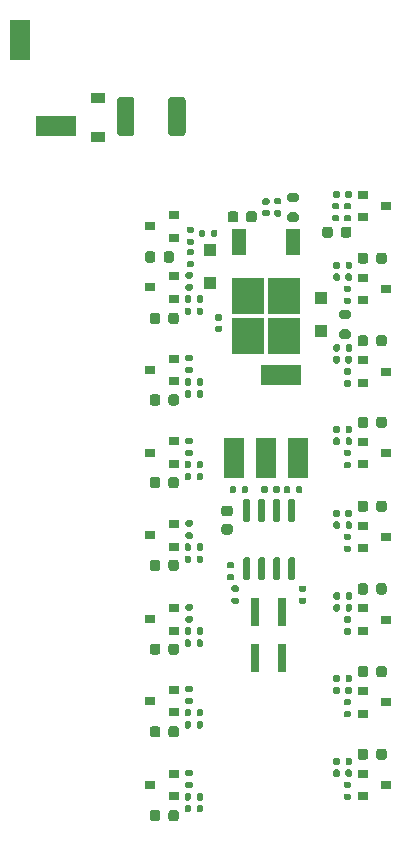
<source format=gtp>
%TF.GenerationSoftware,KiCad,Pcbnew,5.1.10*%
%TF.CreationDate,2021-06-14T02:10:03+02:00*%
%TF.ProjectId,output-cape-v1,6f757470-7574-42d6-9361-70652d76312e,1*%
%TF.SameCoordinates,Original*%
%TF.FileFunction,Paste,Top*%
%TF.FilePolarity,Positive*%
%FSLAX46Y46*%
G04 Gerber Fmt 4.6, Leading zero omitted, Abs format (unit mm)*
G04 Created by KiCad (PCBNEW 5.1.10) date 2021-06-14 02:10:03*
%MOMM*%
%LPD*%
G01*
G04 APERTURE LIST*
%ADD10R,1.800000X3.400000*%
%ADD11R,3.400000X1.800000*%
%ADD12R,0.740000X2.400000*%
%ADD13R,1.200000X0.900000*%
%ADD14R,2.750000X3.050000*%
%ADD15R,1.200000X2.200000*%
%ADD16R,1.100000X1.100000*%
%ADD17R,0.900000X0.800000*%
G04 APERTURE END LIST*
D10*
%TO.C,TP106*%
X85200000Y-68500000D03*
%TD*%
D11*
%TO.C,TP105*%
X88200000Y-75800000D03*
%TD*%
%TO.C,TP101*%
X107300000Y-96900000D03*
%TD*%
D12*
%TO.C,JP103*%
X107400000Y-116950000D03*
X107400000Y-120850000D03*
%TD*%
%TO.C,JP102*%
X105100000Y-116950000D03*
X105100000Y-120850000D03*
%TD*%
D10*
%TO.C,TP104*%
X108700000Y-103900000D03*
%TD*%
%TO.C,TP103*%
X106000000Y-103900000D03*
%TD*%
%TO.C,TP102*%
X103300000Y-103900000D03*
%TD*%
%TO.C,R1702*%
G36*
G01*
X113085000Y-82870000D02*
X112715000Y-82870000D01*
G75*
G02*
X112580000Y-82735000I0J135000D01*
G01*
X112580000Y-82465000D01*
G75*
G02*
X112715000Y-82330000I135000J0D01*
G01*
X113085000Y-82330000D01*
G75*
G02*
X113220000Y-82465000I0J-135000D01*
G01*
X113220000Y-82735000D01*
G75*
G02*
X113085000Y-82870000I-135000J0D01*
G01*
G37*
G36*
G01*
X113085000Y-83890000D02*
X112715000Y-83890000D01*
G75*
G02*
X112580000Y-83755000I0J135000D01*
G01*
X112580000Y-83485000D01*
G75*
G02*
X112715000Y-83350000I135000J0D01*
G01*
X113085000Y-83350000D01*
G75*
G02*
X113220000Y-83485000I0J-135000D01*
G01*
X113220000Y-83755000D01*
G75*
G02*
X113085000Y-83890000I-135000J0D01*
G01*
G37*
%TD*%
%TO.C,F101*%
G36*
G01*
X94875000Y-73600000D02*
X94875000Y-76400000D01*
G75*
G02*
X94625000Y-76650000I-250000J0D01*
G01*
X93650000Y-76650000D01*
G75*
G02*
X93400000Y-76400000I0J250000D01*
G01*
X93400000Y-73600000D01*
G75*
G02*
X93650000Y-73350000I250000J0D01*
G01*
X94625000Y-73350000D01*
G75*
G02*
X94875000Y-73600000I0J-250000D01*
G01*
G37*
G36*
G01*
X99200000Y-73600000D02*
X99200000Y-76400000D01*
G75*
G02*
X98950000Y-76650000I-250000J0D01*
G01*
X97975000Y-76650000D01*
G75*
G02*
X97725000Y-76400000I0J250000D01*
G01*
X97725000Y-73600000D01*
G75*
G02*
X97975000Y-73350000I250000J0D01*
G01*
X98950000Y-73350000D01*
G75*
G02*
X99200000Y-73600000I0J-250000D01*
G01*
G37*
%TD*%
D13*
%TO.C,D103*%
X91800000Y-73450000D03*
X91800000Y-76750000D03*
%TD*%
D14*
%TO.C,U101*%
X104475000Y-90225000D03*
X107525000Y-93575000D03*
X107525000Y-90225000D03*
X104475000Y-93575000D03*
D15*
X103720000Y-85600000D03*
X108280000Y-85600000D03*
%TD*%
%TO.C,R103*%
G36*
G01*
X108575000Y-82275000D02*
X108025000Y-82275000D01*
G75*
G02*
X107825000Y-82075000I0J200000D01*
G01*
X107825000Y-81675000D01*
G75*
G02*
X108025000Y-81475000I200000J0D01*
G01*
X108575000Y-81475000D01*
G75*
G02*
X108775000Y-81675000I0J-200000D01*
G01*
X108775000Y-82075000D01*
G75*
G02*
X108575000Y-82275000I-200000J0D01*
G01*
G37*
G36*
G01*
X108575000Y-83925000D02*
X108025000Y-83925000D01*
G75*
G02*
X107825000Y-83725000I0J200000D01*
G01*
X107825000Y-83325000D01*
G75*
G02*
X108025000Y-83125000I200000J0D01*
G01*
X108575000Y-83125000D01*
G75*
G02*
X108775000Y-83325000I0J-200000D01*
G01*
X108775000Y-83725000D01*
G75*
G02*
X108575000Y-83925000I-200000J0D01*
G01*
G37*
%TD*%
%TO.C,R102*%
G36*
G01*
X107185000Y-82450000D02*
X106815000Y-82450000D01*
G75*
G02*
X106680000Y-82315000I0J135000D01*
G01*
X106680000Y-82045000D01*
G75*
G02*
X106815000Y-81910000I135000J0D01*
G01*
X107185000Y-81910000D01*
G75*
G02*
X107320000Y-82045000I0J-135000D01*
G01*
X107320000Y-82315000D01*
G75*
G02*
X107185000Y-82450000I-135000J0D01*
G01*
G37*
G36*
G01*
X107185000Y-83470000D02*
X106815000Y-83470000D01*
G75*
G02*
X106680000Y-83335000I0J135000D01*
G01*
X106680000Y-83065000D01*
G75*
G02*
X106815000Y-82930000I135000J0D01*
G01*
X107185000Y-82930000D01*
G75*
G02*
X107320000Y-83065000I0J-135000D01*
G01*
X107320000Y-83335000D01*
G75*
G02*
X107185000Y-83470000I-135000J0D01*
G01*
G37*
%TD*%
%TO.C,R101*%
G36*
G01*
X112975000Y-92175000D02*
X112425000Y-92175000D01*
G75*
G02*
X112225000Y-91975000I0J200000D01*
G01*
X112225000Y-91575000D01*
G75*
G02*
X112425000Y-91375000I200000J0D01*
G01*
X112975000Y-91375000D01*
G75*
G02*
X113175000Y-91575000I0J-200000D01*
G01*
X113175000Y-91975000D01*
G75*
G02*
X112975000Y-92175000I-200000J0D01*
G01*
G37*
G36*
G01*
X112975000Y-93825000D02*
X112425000Y-93825000D01*
G75*
G02*
X112225000Y-93625000I0J200000D01*
G01*
X112225000Y-93225000D01*
G75*
G02*
X112425000Y-93025000I200000J0D01*
G01*
X112975000Y-93025000D01*
G75*
G02*
X113175000Y-93225000I0J-200000D01*
G01*
X113175000Y-93625000D01*
G75*
G02*
X112975000Y-93825000I-200000J0D01*
G01*
G37*
%TD*%
D16*
%TO.C,D102*%
X110700000Y-90400000D03*
X110700000Y-93200000D03*
%TD*%
%TO.C,D101*%
X101300000Y-89100000D03*
X101300000Y-86300000D03*
%TD*%
%TO.C,C103*%
G36*
G01*
X106170000Y-82500000D02*
X105830000Y-82500000D01*
G75*
G02*
X105690000Y-82360000I0J140000D01*
G01*
X105690000Y-82080000D01*
G75*
G02*
X105830000Y-81940000I140000J0D01*
G01*
X106170000Y-81940000D01*
G75*
G02*
X106310000Y-82080000I0J-140000D01*
G01*
X106310000Y-82360000D01*
G75*
G02*
X106170000Y-82500000I-140000J0D01*
G01*
G37*
G36*
G01*
X106170000Y-83460000D02*
X105830000Y-83460000D01*
G75*
G02*
X105690000Y-83320000I0J140000D01*
G01*
X105690000Y-83040000D01*
G75*
G02*
X105830000Y-82900000I140000J0D01*
G01*
X106170000Y-82900000D01*
G75*
G02*
X106310000Y-83040000I0J-140000D01*
G01*
X106310000Y-83320000D01*
G75*
G02*
X106170000Y-83460000I-140000J0D01*
G01*
G37*
%TD*%
%TO.C,C102*%
G36*
G01*
X102170000Y-92300000D02*
X101830000Y-92300000D01*
G75*
G02*
X101690000Y-92160000I0J140000D01*
G01*
X101690000Y-91880000D01*
G75*
G02*
X101830000Y-91740000I140000J0D01*
G01*
X102170000Y-91740000D01*
G75*
G02*
X102310000Y-91880000I0J-140000D01*
G01*
X102310000Y-92160000D01*
G75*
G02*
X102170000Y-92300000I-140000J0D01*
G01*
G37*
G36*
G01*
X102170000Y-93260000D02*
X101830000Y-93260000D01*
G75*
G02*
X101690000Y-93120000I0J140000D01*
G01*
X101690000Y-92840000D01*
G75*
G02*
X101830000Y-92700000I140000J0D01*
G01*
X102170000Y-92700000D01*
G75*
G02*
X102310000Y-92840000I0J-140000D01*
G01*
X102310000Y-93120000D01*
G75*
G02*
X102170000Y-93260000I-140000J0D01*
G01*
G37*
%TD*%
%TO.C,C101*%
G36*
G01*
X104325000Y-83750000D02*
X104325000Y-83250000D01*
G75*
G02*
X104550000Y-83025000I225000J0D01*
G01*
X105000000Y-83025000D01*
G75*
G02*
X105225000Y-83250000I0J-225000D01*
G01*
X105225000Y-83750000D01*
G75*
G02*
X105000000Y-83975000I-225000J0D01*
G01*
X104550000Y-83975000D01*
G75*
G02*
X104325000Y-83750000I0J225000D01*
G01*
G37*
G36*
G01*
X102775000Y-83750000D02*
X102775000Y-83250000D01*
G75*
G02*
X103000000Y-83025000I225000J0D01*
G01*
X103450000Y-83025000D01*
G75*
G02*
X103675000Y-83250000I0J-225000D01*
G01*
X103675000Y-83750000D01*
G75*
G02*
X103450000Y-83975000I-225000J0D01*
G01*
X103000000Y-83975000D01*
G75*
G02*
X102775000Y-83750000I0J225000D01*
G01*
G37*
%TD*%
%TO.C,R1703*%
G36*
G01*
X111715000Y-83340000D02*
X112085000Y-83340000D01*
G75*
G02*
X112220000Y-83475000I0J-135000D01*
G01*
X112220000Y-83745000D01*
G75*
G02*
X112085000Y-83880000I-135000J0D01*
G01*
X111715000Y-83880000D01*
G75*
G02*
X111580000Y-83745000I0J135000D01*
G01*
X111580000Y-83475000D01*
G75*
G02*
X111715000Y-83340000I135000J0D01*
G01*
G37*
G36*
G01*
X111715000Y-82320000D02*
X112085000Y-82320000D01*
G75*
G02*
X112220000Y-82455000I0J-135000D01*
G01*
X112220000Y-82725000D01*
G75*
G02*
X112085000Y-82860000I-135000J0D01*
G01*
X111715000Y-82860000D01*
G75*
G02*
X111580000Y-82725000I0J135000D01*
G01*
X111580000Y-82455000D01*
G75*
G02*
X111715000Y-82320000I135000J0D01*
G01*
G37*
%TD*%
%TO.C,R1603*%
G36*
G01*
X112740000Y-87785000D02*
X112740000Y-87415000D01*
G75*
G02*
X112875000Y-87280000I135000J0D01*
G01*
X113145000Y-87280000D01*
G75*
G02*
X113280000Y-87415000I0J-135000D01*
G01*
X113280000Y-87785000D01*
G75*
G02*
X113145000Y-87920000I-135000J0D01*
G01*
X112875000Y-87920000D01*
G75*
G02*
X112740000Y-87785000I0J135000D01*
G01*
G37*
G36*
G01*
X111720000Y-87785000D02*
X111720000Y-87415000D01*
G75*
G02*
X111855000Y-87280000I135000J0D01*
G01*
X112125000Y-87280000D01*
G75*
G02*
X112260000Y-87415000I0J-135000D01*
G01*
X112260000Y-87785000D01*
G75*
G02*
X112125000Y-87920000I-135000J0D01*
G01*
X111855000Y-87920000D01*
G75*
G02*
X111720000Y-87785000I0J135000D01*
G01*
G37*
%TD*%
%TO.C,R1503*%
G36*
G01*
X112740000Y-94785000D02*
X112740000Y-94415000D01*
G75*
G02*
X112875000Y-94280000I135000J0D01*
G01*
X113145000Y-94280000D01*
G75*
G02*
X113280000Y-94415000I0J-135000D01*
G01*
X113280000Y-94785000D01*
G75*
G02*
X113145000Y-94920000I-135000J0D01*
G01*
X112875000Y-94920000D01*
G75*
G02*
X112740000Y-94785000I0J135000D01*
G01*
G37*
G36*
G01*
X111720000Y-94785000D02*
X111720000Y-94415000D01*
G75*
G02*
X111855000Y-94280000I135000J0D01*
G01*
X112125000Y-94280000D01*
G75*
G02*
X112260000Y-94415000I0J-135000D01*
G01*
X112260000Y-94785000D01*
G75*
G02*
X112125000Y-94920000I-135000J0D01*
G01*
X111855000Y-94920000D01*
G75*
G02*
X111720000Y-94785000I0J135000D01*
G01*
G37*
%TD*%
%TO.C,R1403*%
G36*
G01*
X112740000Y-101685000D02*
X112740000Y-101315000D01*
G75*
G02*
X112875000Y-101180000I135000J0D01*
G01*
X113145000Y-101180000D01*
G75*
G02*
X113280000Y-101315000I0J-135000D01*
G01*
X113280000Y-101685000D01*
G75*
G02*
X113145000Y-101820000I-135000J0D01*
G01*
X112875000Y-101820000D01*
G75*
G02*
X112740000Y-101685000I0J135000D01*
G01*
G37*
G36*
G01*
X111720000Y-101685000D02*
X111720000Y-101315000D01*
G75*
G02*
X111855000Y-101180000I135000J0D01*
G01*
X112125000Y-101180000D01*
G75*
G02*
X112260000Y-101315000I0J-135000D01*
G01*
X112260000Y-101685000D01*
G75*
G02*
X112125000Y-101820000I-135000J0D01*
G01*
X111855000Y-101820000D01*
G75*
G02*
X111720000Y-101685000I0J135000D01*
G01*
G37*
%TD*%
%TO.C,R1303*%
G36*
G01*
X112730000Y-108785000D02*
X112730000Y-108415000D01*
G75*
G02*
X112865000Y-108280000I135000J0D01*
G01*
X113135000Y-108280000D01*
G75*
G02*
X113270000Y-108415000I0J-135000D01*
G01*
X113270000Y-108785000D01*
G75*
G02*
X113135000Y-108920000I-135000J0D01*
G01*
X112865000Y-108920000D01*
G75*
G02*
X112730000Y-108785000I0J135000D01*
G01*
G37*
G36*
G01*
X111710000Y-108785000D02*
X111710000Y-108415000D01*
G75*
G02*
X111845000Y-108280000I135000J0D01*
G01*
X112115000Y-108280000D01*
G75*
G02*
X112250000Y-108415000I0J-135000D01*
G01*
X112250000Y-108785000D01*
G75*
G02*
X112115000Y-108920000I-135000J0D01*
G01*
X111845000Y-108920000D01*
G75*
G02*
X111710000Y-108785000I0J135000D01*
G01*
G37*
%TD*%
%TO.C,R1203*%
G36*
G01*
X112740000Y-115785000D02*
X112740000Y-115415000D01*
G75*
G02*
X112875000Y-115280000I135000J0D01*
G01*
X113145000Y-115280000D01*
G75*
G02*
X113280000Y-115415000I0J-135000D01*
G01*
X113280000Y-115785000D01*
G75*
G02*
X113145000Y-115920000I-135000J0D01*
G01*
X112875000Y-115920000D01*
G75*
G02*
X112740000Y-115785000I0J135000D01*
G01*
G37*
G36*
G01*
X111720000Y-115785000D02*
X111720000Y-115415000D01*
G75*
G02*
X111855000Y-115280000I135000J0D01*
G01*
X112125000Y-115280000D01*
G75*
G02*
X112260000Y-115415000I0J-135000D01*
G01*
X112260000Y-115785000D01*
G75*
G02*
X112125000Y-115920000I-135000J0D01*
G01*
X111855000Y-115920000D01*
G75*
G02*
X111720000Y-115785000I0J135000D01*
G01*
G37*
%TD*%
%TO.C,R1103*%
G36*
G01*
X112740000Y-122785000D02*
X112740000Y-122415000D01*
G75*
G02*
X112875000Y-122280000I135000J0D01*
G01*
X113145000Y-122280000D01*
G75*
G02*
X113280000Y-122415000I0J-135000D01*
G01*
X113280000Y-122785000D01*
G75*
G02*
X113145000Y-122920000I-135000J0D01*
G01*
X112875000Y-122920000D01*
G75*
G02*
X112740000Y-122785000I0J135000D01*
G01*
G37*
G36*
G01*
X111720000Y-122785000D02*
X111720000Y-122415000D01*
G75*
G02*
X111855000Y-122280000I135000J0D01*
G01*
X112125000Y-122280000D01*
G75*
G02*
X112260000Y-122415000I0J-135000D01*
G01*
X112260000Y-122785000D01*
G75*
G02*
X112125000Y-122920000I-135000J0D01*
G01*
X111855000Y-122920000D01*
G75*
G02*
X111720000Y-122785000I0J135000D01*
G01*
G37*
%TD*%
%TO.C,R1003*%
G36*
G01*
X112740000Y-129785000D02*
X112740000Y-129415000D01*
G75*
G02*
X112875000Y-129280000I135000J0D01*
G01*
X113145000Y-129280000D01*
G75*
G02*
X113280000Y-129415000I0J-135000D01*
G01*
X113280000Y-129785000D01*
G75*
G02*
X113145000Y-129920000I-135000J0D01*
G01*
X112875000Y-129920000D01*
G75*
G02*
X112740000Y-129785000I0J135000D01*
G01*
G37*
G36*
G01*
X111720000Y-129785000D02*
X111720000Y-129415000D01*
G75*
G02*
X111855000Y-129280000I135000J0D01*
G01*
X112125000Y-129280000D01*
G75*
G02*
X112260000Y-129415000I0J-135000D01*
G01*
X112260000Y-129785000D01*
G75*
G02*
X112125000Y-129920000I-135000J0D01*
G01*
X111855000Y-129920000D01*
G75*
G02*
X111720000Y-129785000I0J135000D01*
G01*
G37*
%TD*%
%TO.C,R903*%
G36*
G01*
X99660000Y-133415000D02*
X99660000Y-133785000D01*
G75*
G02*
X99525000Y-133920000I-135000J0D01*
G01*
X99255000Y-133920000D01*
G75*
G02*
X99120000Y-133785000I0J135000D01*
G01*
X99120000Y-133415000D01*
G75*
G02*
X99255000Y-133280000I135000J0D01*
G01*
X99525000Y-133280000D01*
G75*
G02*
X99660000Y-133415000I0J-135000D01*
G01*
G37*
G36*
G01*
X100680000Y-133415000D02*
X100680000Y-133785000D01*
G75*
G02*
X100545000Y-133920000I-135000J0D01*
G01*
X100275000Y-133920000D01*
G75*
G02*
X100140000Y-133785000I0J135000D01*
G01*
X100140000Y-133415000D01*
G75*
G02*
X100275000Y-133280000I135000J0D01*
G01*
X100545000Y-133280000D01*
G75*
G02*
X100680000Y-133415000I0J-135000D01*
G01*
G37*
%TD*%
%TO.C,R803*%
G36*
G01*
X99660000Y-126315000D02*
X99660000Y-126685000D01*
G75*
G02*
X99525000Y-126820000I-135000J0D01*
G01*
X99255000Y-126820000D01*
G75*
G02*
X99120000Y-126685000I0J135000D01*
G01*
X99120000Y-126315000D01*
G75*
G02*
X99255000Y-126180000I135000J0D01*
G01*
X99525000Y-126180000D01*
G75*
G02*
X99660000Y-126315000I0J-135000D01*
G01*
G37*
G36*
G01*
X100680000Y-126315000D02*
X100680000Y-126685000D01*
G75*
G02*
X100545000Y-126820000I-135000J0D01*
G01*
X100275000Y-126820000D01*
G75*
G02*
X100140000Y-126685000I0J135000D01*
G01*
X100140000Y-126315000D01*
G75*
G02*
X100275000Y-126180000I135000J0D01*
G01*
X100545000Y-126180000D01*
G75*
G02*
X100680000Y-126315000I0J-135000D01*
G01*
G37*
%TD*%
%TO.C,R703*%
G36*
G01*
X99660000Y-119415000D02*
X99660000Y-119785000D01*
G75*
G02*
X99525000Y-119920000I-135000J0D01*
G01*
X99255000Y-119920000D01*
G75*
G02*
X99120000Y-119785000I0J135000D01*
G01*
X99120000Y-119415000D01*
G75*
G02*
X99255000Y-119280000I135000J0D01*
G01*
X99525000Y-119280000D01*
G75*
G02*
X99660000Y-119415000I0J-135000D01*
G01*
G37*
G36*
G01*
X100680000Y-119415000D02*
X100680000Y-119785000D01*
G75*
G02*
X100545000Y-119920000I-135000J0D01*
G01*
X100275000Y-119920000D01*
G75*
G02*
X100140000Y-119785000I0J135000D01*
G01*
X100140000Y-119415000D01*
G75*
G02*
X100275000Y-119280000I135000J0D01*
G01*
X100545000Y-119280000D01*
G75*
G02*
X100680000Y-119415000I0J-135000D01*
G01*
G37*
%TD*%
%TO.C,R603*%
G36*
G01*
X99660000Y-112315000D02*
X99660000Y-112685000D01*
G75*
G02*
X99525000Y-112820000I-135000J0D01*
G01*
X99255000Y-112820000D01*
G75*
G02*
X99120000Y-112685000I0J135000D01*
G01*
X99120000Y-112315000D01*
G75*
G02*
X99255000Y-112180000I135000J0D01*
G01*
X99525000Y-112180000D01*
G75*
G02*
X99660000Y-112315000I0J-135000D01*
G01*
G37*
G36*
G01*
X100680000Y-112315000D02*
X100680000Y-112685000D01*
G75*
G02*
X100545000Y-112820000I-135000J0D01*
G01*
X100275000Y-112820000D01*
G75*
G02*
X100140000Y-112685000I0J135000D01*
G01*
X100140000Y-112315000D01*
G75*
G02*
X100275000Y-112180000I135000J0D01*
G01*
X100545000Y-112180000D01*
G75*
G02*
X100680000Y-112315000I0J-135000D01*
G01*
G37*
%TD*%
%TO.C,R503*%
G36*
G01*
X99660000Y-105315000D02*
X99660000Y-105685000D01*
G75*
G02*
X99525000Y-105820000I-135000J0D01*
G01*
X99255000Y-105820000D01*
G75*
G02*
X99120000Y-105685000I0J135000D01*
G01*
X99120000Y-105315000D01*
G75*
G02*
X99255000Y-105180000I135000J0D01*
G01*
X99525000Y-105180000D01*
G75*
G02*
X99660000Y-105315000I0J-135000D01*
G01*
G37*
G36*
G01*
X100680000Y-105315000D02*
X100680000Y-105685000D01*
G75*
G02*
X100545000Y-105820000I-135000J0D01*
G01*
X100275000Y-105820000D01*
G75*
G02*
X100140000Y-105685000I0J135000D01*
G01*
X100140000Y-105315000D01*
G75*
G02*
X100275000Y-105180000I135000J0D01*
G01*
X100545000Y-105180000D01*
G75*
G02*
X100680000Y-105315000I0J-135000D01*
G01*
G37*
%TD*%
%TO.C,R403*%
G36*
G01*
X99660000Y-98315000D02*
X99660000Y-98685000D01*
G75*
G02*
X99525000Y-98820000I-135000J0D01*
G01*
X99255000Y-98820000D01*
G75*
G02*
X99120000Y-98685000I0J135000D01*
G01*
X99120000Y-98315000D01*
G75*
G02*
X99255000Y-98180000I135000J0D01*
G01*
X99525000Y-98180000D01*
G75*
G02*
X99660000Y-98315000I0J-135000D01*
G01*
G37*
G36*
G01*
X100680000Y-98315000D02*
X100680000Y-98685000D01*
G75*
G02*
X100545000Y-98820000I-135000J0D01*
G01*
X100275000Y-98820000D01*
G75*
G02*
X100140000Y-98685000I0J135000D01*
G01*
X100140000Y-98315000D01*
G75*
G02*
X100275000Y-98180000I135000J0D01*
G01*
X100545000Y-98180000D01*
G75*
G02*
X100680000Y-98315000I0J-135000D01*
G01*
G37*
%TD*%
%TO.C,R303*%
G36*
G01*
X99660000Y-91315000D02*
X99660000Y-91685000D01*
G75*
G02*
X99525000Y-91820000I-135000J0D01*
G01*
X99255000Y-91820000D01*
G75*
G02*
X99120000Y-91685000I0J135000D01*
G01*
X99120000Y-91315000D01*
G75*
G02*
X99255000Y-91180000I135000J0D01*
G01*
X99525000Y-91180000D01*
G75*
G02*
X99660000Y-91315000I0J-135000D01*
G01*
G37*
G36*
G01*
X100680000Y-91315000D02*
X100680000Y-91685000D01*
G75*
G02*
X100545000Y-91820000I-135000J0D01*
G01*
X100275000Y-91820000D01*
G75*
G02*
X100140000Y-91685000I0J135000D01*
G01*
X100140000Y-91315000D01*
G75*
G02*
X100275000Y-91180000I135000J0D01*
G01*
X100545000Y-91180000D01*
G75*
G02*
X100680000Y-91315000I0J-135000D01*
G01*
G37*
%TD*%
%TO.C,R203*%
G36*
G01*
X99415000Y-87240000D02*
X99785000Y-87240000D01*
G75*
G02*
X99920000Y-87375000I0J-135000D01*
G01*
X99920000Y-87645000D01*
G75*
G02*
X99785000Y-87780000I-135000J0D01*
G01*
X99415000Y-87780000D01*
G75*
G02*
X99280000Y-87645000I0J135000D01*
G01*
X99280000Y-87375000D01*
G75*
G02*
X99415000Y-87240000I135000J0D01*
G01*
G37*
G36*
G01*
X99415000Y-86220000D02*
X99785000Y-86220000D01*
G75*
G02*
X99920000Y-86355000I0J-135000D01*
G01*
X99920000Y-86625000D01*
G75*
G02*
X99785000Y-86760000I-135000J0D01*
G01*
X99415000Y-86760000D01*
G75*
G02*
X99280000Y-86625000I0J135000D01*
G01*
X99280000Y-86355000D01*
G75*
G02*
X99415000Y-86220000I135000J0D01*
G01*
G37*
%TD*%
%TO.C,D1701*%
G36*
G01*
X111650000Y-84543750D02*
X111650000Y-85056250D01*
G75*
G02*
X111431250Y-85275000I-218750J0D01*
G01*
X110993750Y-85275000D01*
G75*
G02*
X110775000Y-85056250I0J218750D01*
G01*
X110775000Y-84543750D01*
G75*
G02*
X110993750Y-84325000I218750J0D01*
G01*
X111431250Y-84325000D01*
G75*
G02*
X111650000Y-84543750I0J-218750D01*
G01*
G37*
G36*
G01*
X113225000Y-84543750D02*
X113225000Y-85056250D01*
G75*
G02*
X113006250Y-85275000I-218750J0D01*
G01*
X112568750Y-85275000D01*
G75*
G02*
X112350000Y-85056250I0J218750D01*
G01*
X112350000Y-84543750D01*
G75*
G02*
X112568750Y-84325000I218750J0D01*
G01*
X113006250Y-84325000D01*
G75*
G02*
X113225000Y-84543750I0J-218750D01*
G01*
G37*
%TD*%
%TO.C,D1601*%
G36*
G01*
X114650000Y-86743750D02*
X114650000Y-87256250D01*
G75*
G02*
X114431250Y-87475000I-218750J0D01*
G01*
X113993750Y-87475000D01*
G75*
G02*
X113775000Y-87256250I0J218750D01*
G01*
X113775000Y-86743750D01*
G75*
G02*
X113993750Y-86525000I218750J0D01*
G01*
X114431250Y-86525000D01*
G75*
G02*
X114650000Y-86743750I0J-218750D01*
G01*
G37*
G36*
G01*
X116225000Y-86743750D02*
X116225000Y-87256250D01*
G75*
G02*
X116006250Y-87475000I-218750J0D01*
G01*
X115568750Y-87475000D01*
G75*
G02*
X115350000Y-87256250I0J218750D01*
G01*
X115350000Y-86743750D01*
G75*
G02*
X115568750Y-86525000I218750J0D01*
G01*
X116006250Y-86525000D01*
G75*
G02*
X116225000Y-86743750I0J-218750D01*
G01*
G37*
%TD*%
%TO.C,D1501*%
G36*
G01*
X114650000Y-93743750D02*
X114650000Y-94256250D01*
G75*
G02*
X114431250Y-94475000I-218750J0D01*
G01*
X113993750Y-94475000D01*
G75*
G02*
X113775000Y-94256250I0J218750D01*
G01*
X113775000Y-93743750D01*
G75*
G02*
X113993750Y-93525000I218750J0D01*
G01*
X114431250Y-93525000D01*
G75*
G02*
X114650000Y-93743750I0J-218750D01*
G01*
G37*
G36*
G01*
X116225000Y-93743750D02*
X116225000Y-94256250D01*
G75*
G02*
X116006250Y-94475000I-218750J0D01*
G01*
X115568750Y-94475000D01*
G75*
G02*
X115350000Y-94256250I0J218750D01*
G01*
X115350000Y-93743750D01*
G75*
G02*
X115568750Y-93525000I218750J0D01*
G01*
X116006250Y-93525000D01*
G75*
G02*
X116225000Y-93743750I0J-218750D01*
G01*
G37*
%TD*%
%TO.C,D1401*%
G36*
G01*
X114650000Y-100643750D02*
X114650000Y-101156250D01*
G75*
G02*
X114431250Y-101375000I-218750J0D01*
G01*
X113993750Y-101375000D01*
G75*
G02*
X113775000Y-101156250I0J218750D01*
G01*
X113775000Y-100643750D01*
G75*
G02*
X113993750Y-100425000I218750J0D01*
G01*
X114431250Y-100425000D01*
G75*
G02*
X114650000Y-100643750I0J-218750D01*
G01*
G37*
G36*
G01*
X116225000Y-100643750D02*
X116225000Y-101156250D01*
G75*
G02*
X116006250Y-101375000I-218750J0D01*
G01*
X115568750Y-101375000D01*
G75*
G02*
X115350000Y-101156250I0J218750D01*
G01*
X115350000Y-100643750D01*
G75*
G02*
X115568750Y-100425000I218750J0D01*
G01*
X116006250Y-100425000D01*
G75*
G02*
X116225000Y-100643750I0J-218750D01*
G01*
G37*
%TD*%
%TO.C,D1301*%
G36*
G01*
X114650000Y-107743750D02*
X114650000Y-108256250D01*
G75*
G02*
X114431250Y-108475000I-218750J0D01*
G01*
X113993750Y-108475000D01*
G75*
G02*
X113775000Y-108256250I0J218750D01*
G01*
X113775000Y-107743750D01*
G75*
G02*
X113993750Y-107525000I218750J0D01*
G01*
X114431250Y-107525000D01*
G75*
G02*
X114650000Y-107743750I0J-218750D01*
G01*
G37*
G36*
G01*
X116225000Y-107743750D02*
X116225000Y-108256250D01*
G75*
G02*
X116006250Y-108475000I-218750J0D01*
G01*
X115568750Y-108475000D01*
G75*
G02*
X115350000Y-108256250I0J218750D01*
G01*
X115350000Y-107743750D01*
G75*
G02*
X115568750Y-107525000I218750J0D01*
G01*
X116006250Y-107525000D01*
G75*
G02*
X116225000Y-107743750I0J-218750D01*
G01*
G37*
%TD*%
%TO.C,D1201*%
G36*
G01*
X114650000Y-114743750D02*
X114650000Y-115256250D01*
G75*
G02*
X114431250Y-115475000I-218750J0D01*
G01*
X113993750Y-115475000D01*
G75*
G02*
X113775000Y-115256250I0J218750D01*
G01*
X113775000Y-114743750D01*
G75*
G02*
X113993750Y-114525000I218750J0D01*
G01*
X114431250Y-114525000D01*
G75*
G02*
X114650000Y-114743750I0J-218750D01*
G01*
G37*
G36*
G01*
X116225000Y-114743750D02*
X116225000Y-115256250D01*
G75*
G02*
X116006250Y-115475000I-218750J0D01*
G01*
X115568750Y-115475000D01*
G75*
G02*
X115350000Y-115256250I0J218750D01*
G01*
X115350000Y-114743750D01*
G75*
G02*
X115568750Y-114525000I218750J0D01*
G01*
X116006250Y-114525000D01*
G75*
G02*
X116225000Y-114743750I0J-218750D01*
G01*
G37*
%TD*%
%TO.C,D1101*%
G36*
G01*
X114650000Y-121743750D02*
X114650000Y-122256250D01*
G75*
G02*
X114431250Y-122475000I-218750J0D01*
G01*
X113993750Y-122475000D01*
G75*
G02*
X113775000Y-122256250I0J218750D01*
G01*
X113775000Y-121743750D01*
G75*
G02*
X113993750Y-121525000I218750J0D01*
G01*
X114431250Y-121525000D01*
G75*
G02*
X114650000Y-121743750I0J-218750D01*
G01*
G37*
G36*
G01*
X116225000Y-121743750D02*
X116225000Y-122256250D01*
G75*
G02*
X116006250Y-122475000I-218750J0D01*
G01*
X115568750Y-122475000D01*
G75*
G02*
X115350000Y-122256250I0J218750D01*
G01*
X115350000Y-121743750D01*
G75*
G02*
X115568750Y-121525000I218750J0D01*
G01*
X116006250Y-121525000D01*
G75*
G02*
X116225000Y-121743750I0J-218750D01*
G01*
G37*
%TD*%
%TO.C,D1001*%
G36*
G01*
X114650000Y-128743750D02*
X114650000Y-129256250D01*
G75*
G02*
X114431250Y-129475000I-218750J0D01*
G01*
X113993750Y-129475000D01*
G75*
G02*
X113775000Y-129256250I0J218750D01*
G01*
X113775000Y-128743750D01*
G75*
G02*
X113993750Y-128525000I218750J0D01*
G01*
X114431250Y-128525000D01*
G75*
G02*
X114650000Y-128743750I0J-218750D01*
G01*
G37*
G36*
G01*
X116225000Y-128743750D02*
X116225000Y-129256250D01*
G75*
G02*
X116006250Y-129475000I-218750J0D01*
G01*
X115568750Y-129475000D01*
G75*
G02*
X115350000Y-129256250I0J218750D01*
G01*
X115350000Y-128743750D01*
G75*
G02*
X115568750Y-128525000I218750J0D01*
G01*
X116006250Y-128525000D01*
G75*
G02*
X116225000Y-128743750I0J-218750D01*
G01*
G37*
%TD*%
%TO.C,D901*%
G36*
G01*
X97750000Y-134456250D02*
X97750000Y-133943750D01*
G75*
G02*
X97968750Y-133725000I218750J0D01*
G01*
X98406250Y-133725000D01*
G75*
G02*
X98625000Y-133943750I0J-218750D01*
G01*
X98625000Y-134456250D01*
G75*
G02*
X98406250Y-134675000I-218750J0D01*
G01*
X97968750Y-134675000D01*
G75*
G02*
X97750000Y-134456250I0J218750D01*
G01*
G37*
G36*
G01*
X96175000Y-134456250D02*
X96175000Y-133943750D01*
G75*
G02*
X96393750Y-133725000I218750J0D01*
G01*
X96831250Y-133725000D01*
G75*
G02*
X97050000Y-133943750I0J-218750D01*
G01*
X97050000Y-134456250D01*
G75*
G02*
X96831250Y-134675000I-218750J0D01*
G01*
X96393750Y-134675000D01*
G75*
G02*
X96175000Y-134456250I0J218750D01*
G01*
G37*
%TD*%
%TO.C,D801*%
G36*
G01*
X97750000Y-127356250D02*
X97750000Y-126843750D01*
G75*
G02*
X97968750Y-126625000I218750J0D01*
G01*
X98406250Y-126625000D01*
G75*
G02*
X98625000Y-126843750I0J-218750D01*
G01*
X98625000Y-127356250D01*
G75*
G02*
X98406250Y-127575000I-218750J0D01*
G01*
X97968750Y-127575000D01*
G75*
G02*
X97750000Y-127356250I0J218750D01*
G01*
G37*
G36*
G01*
X96175000Y-127356250D02*
X96175000Y-126843750D01*
G75*
G02*
X96393750Y-126625000I218750J0D01*
G01*
X96831250Y-126625000D01*
G75*
G02*
X97050000Y-126843750I0J-218750D01*
G01*
X97050000Y-127356250D01*
G75*
G02*
X96831250Y-127575000I-218750J0D01*
G01*
X96393750Y-127575000D01*
G75*
G02*
X96175000Y-127356250I0J218750D01*
G01*
G37*
%TD*%
%TO.C,D701*%
G36*
G01*
X97750000Y-120356250D02*
X97750000Y-119843750D01*
G75*
G02*
X97968750Y-119625000I218750J0D01*
G01*
X98406250Y-119625000D01*
G75*
G02*
X98625000Y-119843750I0J-218750D01*
G01*
X98625000Y-120356250D01*
G75*
G02*
X98406250Y-120575000I-218750J0D01*
G01*
X97968750Y-120575000D01*
G75*
G02*
X97750000Y-120356250I0J218750D01*
G01*
G37*
G36*
G01*
X96175000Y-120356250D02*
X96175000Y-119843750D01*
G75*
G02*
X96393750Y-119625000I218750J0D01*
G01*
X96831250Y-119625000D01*
G75*
G02*
X97050000Y-119843750I0J-218750D01*
G01*
X97050000Y-120356250D01*
G75*
G02*
X96831250Y-120575000I-218750J0D01*
G01*
X96393750Y-120575000D01*
G75*
G02*
X96175000Y-120356250I0J218750D01*
G01*
G37*
%TD*%
%TO.C,D601*%
G36*
G01*
X97750000Y-113256250D02*
X97750000Y-112743750D01*
G75*
G02*
X97968750Y-112525000I218750J0D01*
G01*
X98406250Y-112525000D01*
G75*
G02*
X98625000Y-112743750I0J-218750D01*
G01*
X98625000Y-113256250D01*
G75*
G02*
X98406250Y-113475000I-218750J0D01*
G01*
X97968750Y-113475000D01*
G75*
G02*
X97750000Y-113256250I0J218750D01*
G01*
G37*
G36*
G01*
X96175000Y-113256250D02*
X96175000Y-112743750D01*
G75*
G02*
X96393750Y-112525000I218750J0D01*
G01*
X96831250Y-112525000D01*
G75*
G02*
X97050000Y-112743750I0J-218750D01*
G01*
X97050000Y-113256250D01*
G75*
G02*
X96831250Y-113475000I-218750J0D01*
G01*
X96393750Y-113475000D01*
G75*
G02*
X96175000Y-113256250I0J218750D01*
G01*
G37*
%TD*%
%TO.C,D501*%
G36*
G01*
X97750000Y-106256250D02*
X97750000Y-105743750D01*
G75*
G02*
X97968750Y-105525000I218750J0D01*
G01*
X98406250Y-105525000D01*
G75*
G02*
X98625000Y-105743750I0J-218750D01*
G01*
X98625000Y-106256250D01*
G75*
G02*
X98406250Y-106475000I-218750J0D01*
G01*
X97968750Y-106475000D01*
G75*
G02*
X97750000Y-106256250I0J218750D01*
G01*
G37*
G36*
G01*
X96175000Y-106256250D02*
X96175000Y-105743750D01*
G75*
G02*
X96393750Y-105525000I218750J0D01*
G01*
X96831250Y-105525000D01*
G75*
G02*
X97050000Y-105743750I0J-218750D01*
G01*
X97050000Y-106256250D01*
G75*
G02*
X96831250Y-106475000I-218750J0D01*
G01*
X96393750Y-106475000D01*
G75*
G02*
X96175000Y-106256250I0J218750D01*
G01*
G37*
%TD*%
%TO.C,D401*%
G36*
G01*
X97750000Y-99256250D02*
X97750000Y-98743750D01*
G75*
G02*
X97968750Y-98525000I218750J0D01*
G01*
X98406250Y-98525000D01*
G75*
G02*
X98625000Y-98743750I0J-218750D01*
G01*
X98625000Y-99256250D01*
G75*
G02*
X98406250Y-99475000I-218750J0D01*
G01*
X97968750Y-99475000D01*
G75*
G02*
X97750000Y-99256250I0J218750D01*
G01*
G37*
G36*
G01*
X96175000Y-99256250D02*
X96175000Y-98743750D01*
G75*
G02*
X96393750Y-98525000I218750J0D01*
G01*
X96831250Y-98525000D01*
G75*
G02*
X97050000Y-98743750I0J-218750D01*
G01*
X97050000Y-99256250D01*
G75*
G02*
X96831250Y-99475000I-218750J0D01*
G01*
X96393750Y-99475000D01*
G75*
G02*
X96175000Y-99256250I0J218750D01*
G01*
G37*
%TD*%
%TO.C,D301*%
G36*
G01*
X97750000Y-92356250D02*
X97750000Y-91843750D01*
G75*
G02*
X97968750Y-91625000I218750J0D01*
G01*
X98406250Y-91625000D01*
G75*
G02*
X98625000Y-91843750I0J-218750D01*
G01*
X98625000Y-92356250D01*
G75*
G02*
X98406250Y-92575000I-218750J0D01*
G01*
X97968750Y-92575000D01*
G75*
G02*
X97750000Y-92356250I0J218750D01*
G01*
G37*
G36*
G01*
X96175000Y-92356250D02*
X96175000Y-91843750D01*
G75*
G02*
X96393750Y-91625000I218750J0D01*
G01*
X96831250Y-91625000D01*
G75*
G02*
X97050000Y-91843750I0J-218750D01*
G01*
X97050000Y-92356250D01*
G75*
G02*
X96831250Y-92575000I-218750J0D01*
G01*
X96393750Y-92575000D01*
G75*
G02*
X96175000Y-92356250I0J218750D01*
G01*
G37*
%TD*%
%TO.C,D201*%
G36*
G01*
X97350000Y-87156250D02*
X97350000Y-86643750D01*
G75*
G02*
X97568750Y-86425000I218750J0D01*
G01*
X98006250Y-86425000D01*
G75*
G02*
X98225000Y-86643750I0J-218750D01*
G01*
X98225000Y-87156250D01*
G75*
G02*
X98006250Y-87375000I-218750J0D01*
G01*
X97568750Y-87375000D01*
G75*
G02*
X97350000Y-87156250I0J218750D01*
G01*
G37*
G36*
G01*
X95775000Y-87156250D02*
X95775000Y-86643750D01*
G75*
G02*
X95993750Y-86425000I218750J0D01*
G01*
X96431250Y-86425000D01*
G75*
G02*
X96650000Y-86643750I0J-218750D01*
G01*
X96650000Y-87156250D01*
G75*
G02*
X96431250Y-87375000I-218750J0D01*
G01*
X95993750Y-87375000D01*
G75*
G02*
X95775000Y-87156250I0J218750D01*
G01*
G37*
%TD*%
%TO.C,R1701*%
G36*
G01*
X112730000Y-81785000D02*
X112730000Y-81415000D01*
G75*
G02*
X112865000Y-81280000I135000J0D01*
G01*
X113135000Y-81280000D01*
G75*
G02*
X113270000Y-81415000I0J-135000D01*
G01*
X113270000Y-81785000D01*
G75*
G02*
X113135000Y-81920000I-135000J0D01*
G01*
X112865000Y-81920000D01*
G75*
G02*
X112730000Y-81785000I0J135000D01*
G01*
G37*
G36*
G01*
X111710000Y-81785000D02*
X111710000Y-81415000D01*
G75*
G02*
X111845000Y-81280000I135000J0D01*
G01*
X112115000Y-81280000D01*
G75*
G02*
X112250000Y-81415000I0J-135000D01*
G01*
X112250000Y-81785000D01*
G75*
G02*
X112115000Y-81920000I-135000J0D01*
G01*
X111845000Y-81920000D01*
G75*
G02*
X111710000Y-81785000I0J135000D01*
G01*
G37*
%TD*%
%TO.C,R1602*%
G36*
G01*
X113085000Y-89870000D02*
X112715000Y-89870000D01*
G75*
G02*
X112580000Y-89735000I0J135000D01*
G01*
X112580000Y-89465000D01*
G75*
G02*
X112715000Y-89330000I135000J0D01*
G01*
X113085000Y-89330000D01*
G75*
G02*
X113220000Y-89465000I0J-135000D01*
G01*
X113220000Y-89735000D01*
G75*
G02*
X113085000Y-89870000I-135000J0D01*
G01*
G37*
G36*
G01*
X113085000Y-90890000D02*
X112715000Y-90890000D01*
G75*
G02*
X112580000Y-90755000I0J135000D01*
G01*
X112580000Y-90485000D01*
G75*
G02*
X112715000Y-90350000I135000J0D01*
G01*
X113085000Y-90350000D01*
G75*
G02*
X113220000Y-90485000I0J-135000D01*
G01*
X113220000Y-90755000D01*
G75*
G02*
X113085000Y-90890000I-135000J0D01*
G01*
G37*
%TD*%
%TO.C,R1601*%
G36*
G01*
X112730000Y-88785000D02*
X112730000Y-88415000D01*
G75*
G02*
X112865000Y-88280000I135000J0D01*
G01*
X113135000Y-88280000D01*
G75*
G02*
X113270000Y-88415000I0J-135000D01*
G01*
X113270000Y-88785000D01*
G75*
G02*
X113135000Y-88920000I-135000J0D01*
G01*
X112865000Y-88920000D01*
G75*
G02*
X112730000Y-88785000I0J135000D01*
G01*
G37*
G36*
G01*
X111710000Y-88785000D02*
X111710000Y-88415000D01*
G75*
G02*
X111845000Y-88280000I135000J0D01*
G01*
X112115000Y-88280000D01*
G75*
G02*
X112250000Y-88415000I0J-135000D01*
G01*
X112250000Y-88785000D01*
G75*
G02*
X112115000Y-88920000I-135000J0D01*
G01*
X111845000Y-88920000D01*
G75*
G02*
X111710000Y-88785000I0J135000D01*
G01*
G37*
%TD*%
%TO.C,R1502*%
G36*
G01*
X113085000Y-96870000D02*
X112715000Y-96870000D01*
G75*
G02*
X112580000Y-96735000I0J135000D01*
G01*
X112580000Y-96465000D01*
G75*
G02*
X112715000Y-96330000I135000J0D01*
G01*
X113085000Y-96330000D01*
G75*
G02*
X113220000Y-96465000I0J-135000D01*
G01*
X113220000Y-96735000D01*
G75*
G02*
X113085000Y-96870000I-135000J0D01*
G01*
G37*
G36*
G01*
X113085000Y-97890000D02*
X112715000Y-97890000D01*
G75*
G02*
X112580000Y-97755000I0J135000D01*
G01*
X112580000Y-97485000D01*
G75*
G02*
X112715000Y-97350000I135000J0D01*
G01*
X113085000Y-97350000D01*
G75*
G02*
X113220000Y-97485000I0J-135000D01*
G01*
X113220000Y-97755000D01*
G75*
G02*
X113085000Y-97890000I-135000J0D01*
G01*
G37*
%TD*%
%TO.C,R1501*%
G36*
G01*
X112730000Y-95785000D02*
X112730000Y-95415000D01*
G75*
G02*
X112865000Y-95280000I135000J0D01*
G01*
X113135000Y-95280000D01*
G75*
G02*
X113270000Y-95415000I0J-135000D01*
G01*
X113270000Y-95785000D01*
G75*
G02*
X113135000Y-95920000I-135000J0D01*
G01*
X112865000Y-95920000D01*
G75*
G02*
X112730000Y-95785000I0J135000D01*
G01*
G37*
G36*
G01*
X111710000Y-95785000D02*
X111710000Y-95415000D01*
G75*
G02*
X111845000Y-95280000I135000J0D01*
G01*
X112115000Y-95280000D01*
G75*
G02*
X112250000Y-95415000I0J-135000D01*
G01*
X112250000Y-95785000D01*
G75*
G02*
X112115000Y-95920000I-135000J0D01*
G01*
X111845000Y-95920000D01*
G75*
G02*
X111710000Y-95785000I0J135000D01*
G01*
G37*
%TD*%
%TO.C,R1402*%
G36*
G01*
X113085000Y-103760000D02*
X112715000Y-103760000D01*
G75*
G02*
X112580000Y-103625000I0J135000D01*
G01*
X112580000Y-103355000D01*
G75*
G02*
X112715000Y-103220000I135000J0D01*
G01*
X113085000Y-103220000D01*
G75*
G02*
X113220000Y-103355000I0J-135000D01*
G01*
X113220000Y-103625000D01*
G75*
G02*
X113085000Y-103760000I-135000J0D01*
G01*
G37*
G36*
G01*
X113085000Y-104780000D02*
X112715000Y-104780000D01*
G75*
G02*
X112580000Y-104645000I0J135000D01*
G01*
X112580000Y-104375000D01*
G75*
G02*
X112715000Y-104240000I135000J0D01*
G01*
X113085000Y-104240000D01*
G75*
G02*
X113220000Y-104375000I0J-135000D01*
G01*
X113220000Y-104645000D01*
G75*
G02*
X113085000Y-104780000I-135000J0D01*
G01*
G37*
%TD*%
%TO.C,R1401*%
G36*
G01*
X112740000Y-102685000D02*
X112740000Y-102315000D01*
G75*
G02*
X112875000Y-102180000I135000J0D01*
G01*
X113145000Y-102180000D01*
G75*
G02*
X113280000Y-102315000I0J-135000D01*
G01*
X113280000Y-102685000D01*
G75*
G02*
X113145000Y-102820000I-135000J0D01*
G01*
X112875000Y-102820000D01*
G75*
G02*
X112740000Y-102685000I0J135000D01*
G01*
G37*
G36*
G01*
X111720000Y-102685000D02*
X111720000Y-102315000D01*
G75*
G02*
X111855000Y-102180000I135000J0D01*
G01*
X112125000Y-102180000D01*
G75*
G02*
X112260000Y-102315000I0J-135000D01*
G01*
X112260000Y-102685000D01*
G75*
G02*
X112125000Y-102820000I-135000J0D01*
G01*
X111855000Y-102820000D01*
G75*
G02*
X111720000Y-102685000I0J135000D01*
G01*
G37*
%TD*%
D17*
%TO.C,Q1701*%
X116200000Y-82600000D03*
X114200000Y-83550000D03*
X114200000Y-81650000D03*
%TD*%
%TO.C,Q1601*%
X116200000Y-89600000D03*
X114200000Y-90550000D03*
X114200000Y-88650000D03*
%TD*%
%TO.C,Q1501*%
X116200000Y-96600000D03*
X114200000Y-97550000D03*
X114200000Y-95650000D03*
%TD*%
%TO.C,Q1401*%
X116200000Y-103500000D03*
X114200000Y-104450000D03*
X114200000Y-102550000D03*
%TD*%
%TO.C,R1302*%
G36*
G01*
X113085000Y-110860000D02*
X112715000Y-110860000D01*
G75*
G02*
X112580000Y-110725000I0J135000D01*
G01*
X112580000Y-110455000D01*
G75*
G02*
X112715000Y-110320000I135000J0D01*
G01*
X113085000Y-110320000D01*
G75*
G02*
X113220000Y-110455000I0J-135000D01*
G01*
X113220000Y-110725000D01*
G75*
G02*
X113085000Y-110860000I-135000J0D01*
G01*
G37*
G36*
G01*
X113085000Y-111880000D02*
X112715000Y-111880000D01*
G75*
G02*
X112580000Y-111745000I0J135000D01*
G01*
X112580000Y-111475000D01*
G75*
G02*
X112715000Y-111340000I135000J0D01*
G01*
X113085000Y-111340000D01*
G75*
G02*
X113220000Y-111475000I0J-135000D01*
G01*
X113220000Y-111745000D01*
G75*
G02*
X113085000Y-111880000I-135000J0D01*
G01*
G37*
%TD*%
%TO.C,R1301*%
G36*
G01*
X112740000Y-109785000D02*
X112740000Y-109415000D01*
G75*
G02*
X112875000Y-109280000I135000J0D01*
G01*
X113145000Y-109280000D01*
G75*
G02*
X113280000Y-109415000I0J-135000D01*
G01*
X113280000Y-109785000D01*
G75*
G02*
X113145000Y-109920000I-135000J0D01*
G01*
X112875000Y-109920000D01*
G75*
G02*
X112740000Y-109785000I0J135000D01*
G01*
G37*
G36*
G01*
X111720000Y-109785000D02*
X111720000Y-109415000D01*
G75*
G02*
X111855000Y-109280000I135000J0D01*
G01*
X112125000Y-109280000D01*
G75*
G02*
X112260000Y-109415000I0J-135000D01*
G01*
X112260000Y-109785000D01*
G75*
G02*
X112125000Y-109920000I-135000J0D01*
G01*
X111855000Y-109920000D01*
G75*
G02*
X111720000Y-109785000I0J135000D01*
G01*
G37*
%TD*%
%TO.C,R1202*%
G36*
G01*
X113085000Y-117860000D02*
X112715000Y-117860000D01*
G75*
G02*
X112580000Y-117725000I0J135000D01*
G01*
X112580000Y-117455000D01*
G75*
G02*
X112715000Y-117320000I135000J0D01*
G01*
X113085000Y-117320000D01*
G75*
G02*
X113220000Y-117455000I0J-135000D01*
G01*
X113220000Y-117725000D01*
G75*
G02*
X113085000Y-117860000I-135000J0D01*
G01*
G37*
G36*
G01*
X113085000Y-118880000D02*
X112715000Y-118880000D01*
G75*
G02*
X112580000Y-118745000I0J135000D01*
G01*
X112580000Y-118475000D01*
G75*
G02*
X112715000Y-118340000I135000J0D01*
G01*
X113085000Y-118340000D01*
G75*
G02*
X113220000Y-118475000I0J-135000D01*
G01*
X113220000Y-118745000D01*
G75*
G02*
X113085000Y-118880000I-135000J0D01*
G01*
G37*
%TD*%
%TO.C,R1201*%
G36*
G01*
X112740000Y-116785000D02*
X112740000Y-116415000D01*
G75*
G02*
X112875000Y-116280000I135000J0D01*
G01*
X113145000Y-116280000D01*
G75*
G02*
X113280000Y-116415000I0J-135000D01*
G01*
X113280000Y-116785000D01*
G75*
G02*
X113145000Y-116920000I-135000J0D01*
G01*
X112875000Y-116920000D01*
G75*
G02*
X112740000Y-116785000I0J135000D01*
G01*
G37*
G36*
G01*
X111720000Y-116785000D02*
X111720000Y-116415000D01*
G75*
G02*
X111855000Y-116280000I135000J0D01*
G01*
X112125000Y-116280000D01*
G75*
G02*
X112260000Y-116415000I0J-135000D01*
G01*
X112260000Y-116785000D01*
G75*
G02*
X112125000Y-116920000I-135000J0D01*
G01*
X111855000Y-116920000D01*
G75*
G02*
X111720000Y-116785000I0J135000D01*
G01*
G37*
%TD*%
%TO.C,R1102*%
G36*
G01*
X113085000Y-124860000D02*
X112715000Y-124860000D01*
G75*
G02*
X112580000Y-124725000I0J135000D01*
G01*
X112580000Y-124455000D01*
G75*
G02*
X112715000Y-124320000I135000J0D01*
G01*
X113085000Y-124320000D01*
G75*
G02*
X113220000Y-124455000I0J-135000D01*
G01*
X113220000Y-124725000D01*
G75*
G02*
X113085000Y-124860000I-135000J0D01*
G01*
G37*
G36*
G01*
X113085000Y-125880000D02*
X112715000Y-125880000D01*
G75*
G02*
X112580000Y-125745000I0J135000D01*
G01*
X112580000Y-125475000D01*
G75*
G02*
X112715000Y-125340000I135000J0D01*
G01*
X113085000Y-125340000D01*
G75*
G02*
X113220000Y-125475000I0J-135000D01*
G01*
X113220000Y-125745000D01*
G75*
G02*
X113085000Y-125880000I-135000J0D01*
G01*
G37*
%TD*%
%TO.C,R1101*%
G36*
G01*
X112730000Y-123785000D02*
X112730000Y-123415000D01*
G75*
G02*
X112865000Y-123280000I135000J0D01*
G01*
X113135000Y-123280000D01*
G75*
G02*
X113270000Y-123415000I0J-135000D01*
G01*
X113270000Y-123785000D01*
G75*
G02*
X113135000Y-123920000I-135000J0D01*
G01*
X112865000Y-123920000D01*
G75*
G02*
X112730000Y-123785000I0J135000D01*
G01*
G37*
G36*
G01*
X111710000Y-123785000D02*
X111710000Y-123415000D01*
G75*
G02*
X111845000Y-123280000I135000J0D01*
G01*
X112115000Y-123280000D01*
G75*
G02*
X112250000Y-123415000I0J-135000D01*
G01*
X112250000Y-123785000D01*
G75*
G02*
X112115000Y-123920000I-135000J0D01*
G01*
X111845000Y-123920000D01*
G75*
G02*
X111710000Y-123785000I0J135000D01*
G01*
G37*
%TD*%
%TO.C,R1002*%
G36*
G01*
X113085000Y-131860000D02*
X112715000Y-131860000D01*
G75*
G02*
X112580000Y-131725000I0J135000D01*
G01*
X112580000Y-131455000D01*
G75*
G02*
X112715000Y-131320000I135000J0D01*
G01*
X113085000Y-131320000D01*
G75*
G02*
X113220000Y-131455000I0J-135000D01*
G01*
X113220000Y-131725000D01*
G75*
G02*
X113085000Y-131860000I-135000J0D01*
G01*
G37*
G36*
G01*
X113085000Y-132880000D02*
X112715000Y-132880000D01*
G75*
G02*
X112580000Y-132745000I0J135000D01*
G01*
X112580000Y-132475000D01*
G75*
G02*
X112715000Y-132340000I135000J0D01*
G01*
X113085000Y-132340000D01*
G75*
G02*
X113220000Y-132475000I0J-135000D01*
G01*
X113220000Y-132745000D01*
G75*
G02*
X113085000Y-132880000I-135000J0D01*
G01*
G37*
%TD*%
%TO.C,R1001*%
G36*
G01*
X112730000Y-130785000D02*
X112730000Y-130415000D01*
G75*
G02*
X112865000Y-130280000I135000J0D01*
G01*
X113135000Y-130280000D01*
G75*
G02*
X113270000Y-130415000I0J-135000D01*
G01*
X113270000Y-130785000D01*
G75*
G02*
X113135000Y-130920000I-135000J0D01*
G01*
X112865000Y-130920000D01*
G75*
G02*
X112730000Y-130785000I0J135000D01*
G01*
G37*
G36*
G01*
X111710000Y-130785000D02*
X111710000Y-130415000D01*
G75*
G02*
X111845000Y-130280000I135000J0D01*
G01*
X112115000Y-130280000D01*
G75*
G02*
X112250000Y-130415000I0J-135000D01*
G01*
X112250000Y-130785000D01*
G75*
G02*
X112115000Y-130920000I-135000J0D01*
G01*
X111845000Y-130920000D01*
G75*
G02*
X111710000Y-130785000I0J135000D01*
G01*
G37*
%TD*%
%TO.C,R902*%
G36*
G01*
X99315000Y-131340000D02*
X99685000Y-131340000D01*
G75*
G02*
X99820000Y-131475000I0J-135000D01*
G01*
X99820000Y-131745000D01*
G75*
G02*
X99685000Y-131880000I-135000J0D01*
G01*
X99315000Y-131880000D01*
G75*
G02*
X99180000Y-131745000I0J135000D01*
G01*
X99180000Y-131475000D01*
G75*
G02*
X99315000Y-131340000I135000J0D01*
G01*
G37*
G36*
G01*
X99315000Y-130320000D02*
X99685000Y-130320000D01*
G75*
G02*
X99820000Y-130455000I0J-135000D01*
G01*
X99820000Y-130725000D01*
G75*
G02*
X99685000Y-130860000I-135000J0D01*
G01*
X99315000Y-130860000D01*
G75*
G02*
X99180000Y-130725000I0J135000D01*
G01*
X99180000Y-130455000D01*
G75*
G02*
X99315000Y-130320000I135000J0D01*
G01*
G37*
%TD*%
%TO.C,R901*%
G36*
G01*
X99660000Y-132415000D02*
X99660000Y-132785000D01*
G75*
G02*
X99525000Y-132920000I-135000J0D01*
G01*
X99255000Y-132920000D01*
G75*
G02*
X99120000Y-132785000I0J135000D01*
G01*
X99120000Y-132415000D01*
G75*
G02*
X99255000Y-132280000I135000J0D01*
G01*
X99525000Y-132280000D01*
G75*
G02*
X99660000Y-132415000I0J-135000D01*
G01*
G37*
G36*
G01*
X100680000Y-132415000D02*
X100680000Y-132785000D01*
G75*
G02*
X100545000Y-132920000I-135000J0D01*
G01*
X100275000Y-132920000D01*
G75*
G02*
X100140000Y-132785000I0J135000D01*
G01*
X100140000Y-132415000D01*
G75*
G02*
X100275000Y-132280000I135000J0D01*
G01*
X100545000Y-132280000D01*
G75*
G02*
X100680000Y-132415000I0J-135000D01*
G01*
G37*
%TD*%
%TO.C,R802*%
G36*
G01*
X99315000Y-124240000D02*
X99685000Y-124240000D01*
G75*
G02*
X99820000Y-124375000I0J-135000D01*
G01*
X99820000Y-124645000D01*
G75*
G02*
X99685000Y-124780000I-135000J0D01*
G01*
X99315000Y-124780000D01*
G75*
G02*
X99180000Y-124645000I0J135000D01*
G01*
X99180000Y-124375000D01*
G75*
G02*
X99315000Y-124240000I135000J0D01*
G01*
G37*
G36*
G01*
X99315000Y-123220000D02*
X99685000Y-123220000D01*
G75*
G02*
X99820000Y-123355000I0J-135000D01*
G01*
X99820000Y-123625000D01*
G75*
G02*
X99685000Y-123760000I-135000J0D01*
G01*
X99315000Y-123760000D01*
G75*
G02*
X99180000Y-123625000I0J135000D01*
G01*
X99180000Y-123355000D01*
G75*
G02*
X99315000Y-123220000I135000J0D01*
G01*
G37*
%TD*%
%TO.C,R801*%
G36*
G01*
X99660000Y-125291600D02*
X99660000Y-125661600D01*
G75*
G02*
X99525000Y-125796600I-135000J0D01*
G01*
X99255000Y-125796600D01*
G75*
G02*
X99120000Y-125661600I0J135000D01*
G01*
X99120000Y-125291600D01*
G75*
G02*
X99255000Y-125156600I135000J0D01*
G01*
X99525000Y-125156600D01*
G75*
G02*
X99660000Y-125291600I0J-135000D01*
G01*
G37*
G36*
G01*
X100680000Y-125291600D02*
X100680000Y-125661600D01*
G75*
G02*
X100545000Y-125796600I-135000J0D01*
G01*
X100275000Y-125796600D01*
G75*
G02*
X100140000Y-125661600I0J135000D01*
G01*
X100140000Y-125291600D01*
G75*
G02*
X100275000Y-125156600I135000J0D01*
G01*
X100545000Y-125156600D01*
G75*
G02*
X100680000Y-125291600I0J-135000D01*
G01*
G37*
%TD*%
%TO.C,R702*%
G36*
G01*
X99314600Y-117308680D02*
X99684600Y-117308680D01*
G75*
G02*
X99819600Y-117443680I0J-135000D01*
G01*
X99819600Y-117713680D01*
G75*
G02*
X99684600Y-117848680I-135000J0D01*
G01*
X99314600Y-117848680D01*
G75*
G02*
X99179600Y-117713680I0J135000D01*
G01*
X99179600Y-117443680D01*
G75*
G02*
X99314600Y-117308680I135000J0D01*
G01*
G37*
G36*
G01*
X99314600Y-116288680D02*
X99684600Y-116288680D01*
G75*
G02*
X99819600Y-116423680I0J-135000D01*
G01*
X99819600Y-116693680D01*
G75*
G02*
X99684600Y-116828680I-135000J0D01*
G01*
X99314600Y-116828680D01*
G75*
G02*
X99179600Y-116693680I0J135000D01*
G01*
X99179600Y-116423680D01*
G75*
G02*
X99314600Y-116288680I135000J0D01*
G01*
G37*
%TD*%
%TO.C,R701*%
G36*
G01*
X99659600Y-118383680D02*
X99659600Y-118753680D01*
G75*
G02*
X99524600Y-118888680I-135000J0D01*
G01*
X99254600Y-118888680D01*
G75*
G02*
X99119600Y-118753680I0J135000D01*
G01*
X99119600Y-118383680D01*
G75*
G02*
X99254600Y-118248680I135000J0D01*
G01*
X99524600Y-118248680D01*
G75*
G02*
X99659600Y-118383680I0J-135000D01*
G01*
G37*
G36*
G01*
X100679600Y-118383680D02*
X100679600Y-118753680D01*
G75*
G02*
X100544600Y-118888680I-135000J0D01*
G01*
X100274600Y-118888680D01*
G75*
G02*
X100139600Y-118753680I0J135000D01*
G01*
X100139600Y-118383680D01*
G75*
G02*
X100274600Y-118248680I135000J0D01*
G01*
X100544600Y-118248680D01*
G75*
G02*
X100679600Y-118383680I0J-135000D01*
G01*
G37*
%TD*%
%TO.C,R602*%
G36*
G01*
X99314600Y-110208680D02*
X99684600Y-110208680D01*
G75*
G02*
X99819600Y-110343680I0J-135000D01*
G01*
X99819600Y-110613680D01*
G75*
G02*
X99684600Y-110748680I-135000J0D01*
G01*
X99314600Y-110748680D01*
G75*
G02*
X99179600Y-110613680I0J135000D01*
G01*
X99179600Y-110343680D01*
G75*
G02*
X99314600Y-110208680I135000J0D01*
G01*
G37*
G36*
G01*
X99314600Y-109188680D02*
X99684600Y-109188680D01*
G75*
G02*
X99819600Y-109323680I0J-135000D01*
G01*
X99819600Y-109593680D01*
G75*
G02*
X99684600Y-109728680I-135000J0D01*
G01*
X99314600Y-109728680D01*
G75*
G02*
X99179600Y-109593680I0J135000D01*
G01*
X99179600Y-109323680D01*
G75*
G02*
X99314600Y-109188680I135000J0D01*
G01*
G37*
%TD*%
%TO.C,R601*%
G36*
G01*
X99659600Y-111283680D02*
X99659600Y-111653680D01*
G75*
G02*
X99524600Y-111788680I-135000J0D01*
G01*
X99254600Y-111788680D01*
G75*
G02*
X99119600Y-111653680I0J135000D01*
G01*
X99119600Y-111283680D01*
G75*
G02*
X99254600Y-111148680I135000J0D01*
G01*
X99524600Y-111148680D01*
G75*
G02*
X99659600Y-111283680I0J-135000D01*
G01*
G37*
G36*
G01*
X100679600Y-111283680D02*
X100679600Y-111653680D01*
G75*
G02*
X100544600Y-111788680I-135000J0D01*
G01*
X100274600Y-111788680D01*
G75*
G02*
X100139600Y-111653680I0J135000D01*
G01*
X100139600Y-111283680D01*
G75*
G02*
X100274600Y-111148680I135000J0D01*
G01*
X100544600Y-111148680D01*
G75*
G02*
X100679600Y-111283680I0J-135000D01*
G01*
G37*
%TD*%
%TO.C,R502*%
G36*
G01*
X99314600Y-103208680D02*
X99684600Y-103208680D01*
G75*
G02*
X99819600Y-103343680I0J-135000D01*
G01*
X99819600Y-103613680D01*
G75*
G02*
X99684600Y-103748680I-135000J0D01*
G01*
X99314600Y-103748680D01*
G75*
G02*
X99179600Y-103613680I0J135000D01*
G01*
X99179600Y-103343680D01*
G75*
G02*
X99314600Y-103208680I135000J0D01*
G01*
G37*
G36*
G01*
X99314600Y-102188680D02*
X99684600Y-102188680D01*
G75*
G02*
X99819600Y-102323680I0J-135000D01*
G01*
X99819600Y-102593680D01*
G75*
G02*
X99684600Y-102728680I-135000J0D01*
G01*
X99314600Y-102728680D01*
G75*
G02*
X99179600Y-102593680I0J135000D01*
G01*
X99179600Y-102323680D01*
G75*
G02*
X99314600Y-102188680I135000J0D01*
G01*
G37*
%TD*%
%TO.C,R501*%
G36*
G01*
X99659600Y-104283680D02*
X99659600Y-104653680D01*
G75*
G02*
X99524600Y-104788680I-135000J0D01*
G01*
X99254600Y-104788680D01*
G75*
G02*
X99119600Y-104653680I0J135000D01*
G01*
X99119600Y-104283680D01*
G75*
G02*
X99254600Y-104148680I135000J0D01*
G01*
X99524600Y-104148680D01*
G75*
G02*
X99659600Y-104283680I0J-135000D01*
G01*
G37*
G36*
G01*
X100679600Y-104283680D02*
X100679600Y-104653680D01*
G75*
G02*
X100544600Y-104788680I-135000J0D01*
G01*
X100274600Y-104788680D01*
G75*
G02*
X100139600Y-104653680I0J135000D01*
G01*
X100139600Y-104283680D01*
G75*
G02*
X100274600Y-104148680I135000J0D01*
G01*
X100544600Y-104148680D01*
G75*
G02*
X100679600Y-104283680I0J-135000D01*
G01*
G37*
%TD*%
%TO.C,R402*%
G36*
G01*
X99314600Y-96208680D02*
X99684600Y-96208680D01*
G75*
G02*
X99819600Y-96343680I0J-135000D01*
G01*
X99819600Y-96613680D01*
G75*
G02*
X99684600Y-96748680I-135000J0D01*
G01*
X99314600Y-96748680D01*
G75*
G02*
X99179600Y-96613680I0J135000D01*
G01*
X99179600Y-96343680D01*
G75*
G02*
X99314600Y-96208680I135000J0D01*
G01*
G37*
G36*
G01*
X99314600Y-95188680D02*
X99684600Y-95188680D01*
G75*
G02*
X99819600Y-95323680I0J-135000D01*
G01*
X99819600Y-95593680D01*
G75*
G02*
X99684600Y-95728680I-135000J0D01*
G01*
X99314600Y-95728680D01*
G75*
G02*
X99179600Y-95593680I0J135000D01*
G01*
X99179600Y-95323680D01*
G75*
G02*
X99314600Y-95188680I135000J0D01*
G01*
G37*
%TD*%
%TO.C,R401*%
G36*
G01*
X99659600Y-97283680D02*
X99659600Y-97653680D01*
G75*
G02*
X99524600Y-97788680I-135000J0D01*
G01*
X99254600Y-97788680D01*
G75*
G02*
X99119600Y-97653680I0J135000D01*
G01*
X99119600Y-97283680D01*
G75*
G02*
X99254600Y-97148680I135000J0D01*
G01*
X99524600Y-97148680D01*
G75*
G02*
X99659600Y-97283680I0J-135000D01*
G01*
G37*
G36*
G01*
X100679600Y-97283680D02*
X100679600Y-97653680D01*
G75*
G02*
X100544600Y-97788680I-135000J0D01*
G01*
X100274600Y-97788680D01*
G75*
G02*
X100139600Y-97653680I0J135000D01*
G01*
X100139600Y-97283680D01*
G75*
G02*
X100274600Y-97148680I135000J0D01*
G01*
X100544600Y-97148680D01*
G75*
G02*
X100679600Y-97283680I0J-135000D01*
G01*
G37*
%TD*%
%TO.C,R302*%
G36*
G01*
X99314600Y-89208680D02*
X99684600Y-89208680D01*
G75*
G02*
X99819600Y-89343680I0J-135000D01*
G01*
X99819600Y-89613680D01*
G75*
G02*
X99684600Y-89748680I-135000J0D01*
G01*
X99314600Y-89748680D01*
G75*
G02*
X99179600Y-89613680I0J135000D01*
G01*
X99179600Y-89343680D01*
G75*
G02*
X99314600Y-89208680I135000J0D01*
G01*
G37*
G36*
G01*
X99314600Y-88188680D02*
X99684600Y-88188680D01*
G75*
G02*
X99819600Y-88323680I0J-135000D01*
G01*
X99819600Y-88593680D01*
G75*
G02*
X99684600Y-88728680I-135000J0D01*
G01*
X99314600Y-88728680D01*
G75*
G02*
X99179600Y-88593680I0J135000D01*
G01*
X99179600Y-88323680D01*
G75*
G02*
X99314600Y-88188680I135000J0D01*
G01*
G37*
%TD*%
%TO.C,R301*%
G36*
G01*
X99659600Y-90283680D02*
X99659600Y-90653680D01*
G75*
G02*
X99524600Y-90788680I-135000J0D01*
G01*
X99254600Y-90788680D01*
G75*
G02*
X99119600Y-90653680I0J135000D01*
G01*
X99119600Y-90283680D01*
G75*
G02*
X99254600Y-90148680I135000J0D01*
G01*
X99524600Y-90148680D01*
G75*
G02*
X99659600Y-90283680I0J-135000D01*
G01*
G37*
G36*
G01*
X100679600Y-90283680D02*
X100679600Y-90653680D01*
G75*
G02*
X100544600Y-90788680I-135000J0D01*
G01*
X100274600Y-90788680D01*
G75*
G02*
X100139600Y-90653680I0J135000D01*
G01*
X100139600Y-90283680D01*
G75*
G02*
X100274600Y-90148680I135000J0D01*
G01*
X100544600Y-90148680D01*
G75*
G02*
X100679600Y-90283680I0J-135000D01*
G01*
G37*
%TD*%
%TO.C,Q1301*%
X116200000Y-110600000D03*
X114200000Y-111550000D03*
X114200000Y-109650000D03*
%TD*%
%TO.C,Q1201*%
X116200000Y-117600000D03*
X114200000Y-118550000D03*
X114200000Y-116650000D03*
%TD*%
%TO.C,Q1101*%
X116200000Y-124600000D03*
X114200000Y-125550000D03*
X114200000Y-123650000D03*
%TD*%
%TO.C,Q1001*%
X116200000Y-131600000D03*
X114200000Y-132550000D03*
X114200000Y-130650000D03*
%TD*%
%TO.C,Q901*%
X96200000Y-131600000D03*
X98200000Y-130650000D03*
X98200000Y-132550000D03*
%TD*%
%TO.C,Q801*%
X96200000Y-124500000D03*
X98200000Y-123550000D03*
X98200000Y-125450000D03*
%TD*%
%TO.C,Q701*%
X96199600Y-117580680D03*
X98199600Y-116630680D03*
X98199600Y-118530680D03*
%TD*%
%TO.C,Q601*%
X96199600Y-110468680D03*
X98199600Y-109518680D03*
X98199600Y-111418680D03*
%TD*%
%TO.C,Q501*%
X96199600Y-103468680D03*
X98199600Y-102518680D03*
X98199600Y-104418680D03*
%TD*%
%TO.C,Q401*%
X96199600Y-96468680D03*
X98199600Y-95518680D03*
X98199600Y-97418680D03*
%TD*%
%TO.C,Q301*%
X96199600Y-89468680D03*
X98199600Y-88518680D03*
X98199600Y-90418680D03*
%TD*%
%TO.C,Q201*%
X96200000Y-84300000D03*
X98200000Y-83350000D03*
X98200000Y-85250000D03*
%TD*%
%TO.C,R202*%
G36*
G01*
X100860000Y-84715000D02*
X100860000Y-85085000D01*
G75*
G02*
X100725000Y-85220000I-135000J0D01*
G01*
X100455000Y-85220000D01*
G75*
G02*
X100320000Y-85085000I0J135000D01*
G01*
X100320000Y-84715000D01*
G75*
G02*
X100455000Y-84580000I135000J0D01*
G01*
X100725000Y-84580000D01*
G75*
G02*
X100860000Y-84715000I0J-135000D01*
G01*
G37*
G36*
G01*
X101880000Y-84715000D02*
X101880000Y-85085000D01*
G75*
G02*
X101745000Y-85220000I-135000J0D01*
G01*
X101475000Y-85220000D01*
G75*
G02*
X101340000Y-85085000I0J135000D01*
G01*
X101340000Y-84715000D01*
G75*
G02*
X101475000Y-84580000I135000J0D01*
G01*
X101745000Y-84580000D01*
G75*
G02*
X101880000Y-84715000I0J-135000D01*
G01*
G37*
%TD*%
%TO.C,R201*%
G36*
G01*
X99785000Y-84860000D02*
X99415000Y-84860000D01*
G75*
G02*
X99280000Y-84725000I0J135000D01*
G01*
X99280000Y-84455000D01*
G75*
G02*
X99415000Y-84320000I135000J0D01*
G01*
X99785000Y-84320000D01*
G75*
G02*
X99920000Y-84455000I0J-135000D01*
G01*
X99920000Y-84725000D01*
G75*
G02*
X99785000Y-84860000I-135000J0D01*
G01*
G37*
G36*
G01*
X99785000Y-85880000D02*
X99415000Y-85880000D01*
G75*
G02*
X99280000Y-85745000I0J135000D01*
G01*
X99280000Y-85475000D01*
G75*
G02*
X99415000Y-85340000I135000J0D01*
G01*
X99785000Y-85340000D01*
G75*
G02*
X99920000Y-85475000I0J-135000D01*
G01*
X99920000Y-85745000D01*
G75*
G02*
X99785000Y-85880000I-135000J0D01*
G01*
G37*
%TD*%
%TO.C,R109*%
G36*
G01*
X103940000Y-106785000D02*
X103940000Y-106415000D01*
G75*
G02*
X104075000Y-106280000I135000J0D01*
G01*
X104345000Y-106280000D01*
G75*
G02*
X104480000Y-106415000I0J-135000D01*
G01*
X104480000Y-106785000D01*
G75*
G02*
X104345000Y-106920000I-135000J0D01*
G01*
X104075000Y-106920000D01*
G75*
G02*
X103940000Y-106785000I0J135000D01*
G01*
G37*
G36*
G01*
X102920000Y-106785000D02*
X102920000Y-106415000D01*
G75*
G02*
X103055000Y-106280000I135000J0D01*
G01*
X103325000Y-106280000D01*
G75*
G02*
X103460000Y-106415000I0J-135000D01*
G01*
X103460000Y-106785000D01*
G75*
G02*
X103325000Y-106920000I-135000J0D01*
G01*
X103055000Y-106920000D01*
G75*
G02*
X102920000Y-106785000I0J135000D01*
G01*
G37*
%TD*%
%TO.C,R108*%
G36*
G01*
X109285000Y-115260000D02*
X108915000Y-115260000D01*
G75*
G02*
X108780000Y-115125000I0J135000D01*
G01*
X108780000Y-114855000D01*
G75*
G02*
X108915000Y-114720000I135000J0D01*
G01*
X109285000Y-114720000D01*
G75*
G02*
X109420000Y-114855000I0J-135000D01*
G01*
X109420000Y-115125000D01*
G75*
G02*
X109285000Y-115260000I-135000J0D01*
G01*
G37*
G36*
G01*
X109285000Y-116280000D02*
X108915000Y-116280000D01*
G75*
G02*
X108780000Y-116145000I0J135000D01*
G01*
X108780000Y-115875000D01*
G75*
G02*
X108915000Y-115740000I135000J0D01*
G01*
X109285000Y-115740000D01*
G75*
G02*
X109420000Y-115875000I0J-135000D01*
G01*
X109420000Y-116145000D01*
G75*
G02*
X109285000Y-116280000I-135000J0D01*
G01*
G37*
%TD*%
%TO.C,R107*%
G36*
G01*
X103585000Y-115250000D02*
X103215000Y-115250000D01*
G75*
G02*
X103080000Y-115115000I0J135000D01*
G01*
X103080000Y-114845000D01*
G75*
G02*
X103215000Y-114710000I135000J0D01*
G01*
X103585000Y-114710000D01*
G75*
G02*
X103720000Y-114845000I0J-135000D01*
G01*
X103720000Y-115115000D01*
G75*
G02*
X103585000Y-115250000I-135000J0D01*
G01*
G37*
G36*
G01*
X103585000Y-116270000D02*
X103215000Y-116270000D01*
G75*
G02*
X103080000Y-116135000I0J135000D01*
G01*
X103080000Y-115865000D01*
G75*
G02*
X103215000Y-115730000I135000J0D01*
G01*
X103585000Y-115730000D01*
G75*
G02*
X103720000Y-115865000I0J-135000D01*
G01*
X103720000Y-116135000D01*
G75*
G02*
X103585000Y-116270000I-135000J0D01*
G01*
G37*
%TD*%
%TO.C,R106*%
G36*
G01*
X106640000Y-106785000D02*
X106640000Y-106415000D01*
G75*
G02*
X106775000Y-106280000I135000J0D01*
G01*
X107045000Y-106280000D01*
G75*
G02*
X107180000Y-106415000I0J-135000D01*
G01*
X107180000Y-106785000D01*
G75*
G02*
X107045000Y-106920000I-135000J0D01*
G01*
X106775000Y-106920000D01*
G75*
G02*
X106640000Y-106785000I0J135000D01*
G01*
G37*
G36*
G01*
X105620000Y-106785000D02*
X105620000Y-106415000D01*
G75*
G02*
X105755000Y-106280000I135000J0D01*
G01*
X106025000Y-106280000D01*
G75*
G02*
X106160000Y-106415000I0J-135000D01*
G01*
X106160000Y-106785000D01*
G75*
G02*
X106025000Y-106920000I-135000J0D01*
G01*
X105755000Y-106920000D01*
G75*
G02*
X105620000Y-106785000I0J135000D01*
G01*
G37*
%TD*%
%TO.C,R105*%
G36*
G01*
X108060000Y-106415000D02*
X108060000Y-106785000D01*
G75*
G02*
X107925000Y-106920000I-135000J0D01*
G01*
X107655000Y-106920000D01*
G75*
G02*
X107520000Y-106785000I0J135000D01*
G01*
X107520000Y-106415000D01*
G75*
G02*
X107655000Y-106280000I135000J0D01*
G01*
X107925000Y-106280000D01*
G75*
G02*
X108060000Y-106415000I0J-135000D01*
G01*
G37*
G36*
G01*
X109080000Y-106415000D02*
X109080000Y-106785000D01*
G75*
G02*
X108945000Y-106920000I-135000J0D01*
G01*
X108675000Y-106920000D01*
G75*
G02*
X108540000Y-106785000I0J135000D01*
G01*
X108540000Y-106415000D01*
G75*
G02*
X108675000Y-106280000I135000J0D01*
G01*
X108945000Y-106280000D01*
G75*
G02*
X109080000Y-106415000I0J-135000D01*
G01*
G37*
%TD*%
%TO.C,R104*%
G36*
G01*
X102815000Y-113740000D02*
X103185000Y-113740000D01*
G75*
G02*
X103320000Y-113875000I0J-135000D01*
G01*
X103320000Y-114145000D01*
G75*
G02*
X103185000Y-114280000I-135000J0D01*
G01*
X102815000Y-114280000D01*
G75*
G02*
X102680000Y-114145000I0J135000D01*
G01*
X102680000Y-113875000D01*
G75*
G02*
X102815000Y-113740000I135000J0D01*
G01*
G37*
G36*
G01*
X102815000Y-112720000D02*
X103185000Y-112720000D01*
G75*
G02*
X103320000Y-112855000I0J-135000D01*
G01*
X103320000Y-113125000D01*
G75*
G02*
X103185000Y-113260000I-135000J0D01*
G01*
X102815000Y-113260000D01*
G75*
G02*
X102680000Y-113125000I0J135000D01*
G01*
X102680000Y-112855000D01*
G75*
G02*
X102815000Y-112720000I135000J0D01*
G01*
G37*
%TD*%
%TO.C,C104*%
G36*
G01*
X102465000Y-107952000D02*
X102965000Y-107952000D01*
G75*
G02*
X103190000Y-108177000I0J-225000D01*
G01*
X103190000Y-108627000D01*
G75*
G02*
X102965000Y-108852000I-225000J0D01*
G01*
X102465000Y-108852000D01*
G75*
G02*
X102240000Y-108627000I0J225000D01*
G01*
X102240000Y-108177000D01*
G75*
G02*
X102465000Y-107952000I225000J0D01*
G01*
G37*
G36*
G01*
X102465000Y-109502000D02*
X102965000Y-109502000D01*
G75*
G02*
X103190000Y-109727000I0J-225000D01*
G01*
X103190000Y-110177000D01*
G75*
G02*
X102965000Y-110402000I-225000J0D01*
G01*
X102465000Y-110402000D01*
G75*
G02*
X102240000Y-110177000I0J225000D01*
G01*
X102240000Y-109727000D01*
G75*
G02*
X102465000Y-109502000I225000J0D01*
G01*
G37*
%TD*%
%TO.C,U102*%
G36*
G01*
X104516000Y-114278000D02*
X104216000Y-114278000D01*
G75*
G02*
X104066000Y-114128000I0J150000D01*
G01*
X104066000Y-112478000D01*
G75*
G02*
X104216000Y-112328000I150000J0D01*
G01*
X104516000Y-112328000D01*
G75*
G02*
X104666000Y-112478000I0J-150000D01*
G01*
X104666000Y-114128000D01*
G75*
G02*
X104516000Y-114278000I-150000J0D01*
G01*
G37*
G36*
G01*
X105786000Y-114278000D02*
X105486000Y-114278000D01*
G75*
G02*
X105336000Y-114128000I0J150000D01*
G01*
X105336000Y-112478000D01*
G75*
G02*
X105486000Y-112328000I150000J0D01*
G01*
X105786000Y-112328000D01*
G75*
G02*
X105936000Y-112478000I0J-150000D01*
G01*
X105936000Y-114128000D01*
G75*
G02*
X105786000Y-114278000I-150000J0D01*
G01*
G37*
G36*
G01*
X107056000Y-114278000D02*
X106756000Y-114278000D01*
G75*
G02*
X106606000Y-114128000I0J150000D01*
G01*
X106606000Y-112478000D01*
G75*
G02*
X106756000Y-112328000I150000J0D01*
G01*
X107056000Y-112328000D01*
G75*
G02*
X107206000Y-112478000I0J-150000D01*
G01*
X107206000Y-114128000D01*
G75*
G02*
X107056000Y-114278000I-150000J0D01*
G01*
G37*
G36*
G01*
X108326000Y-114278000D02*
X108026000Y-114278000D01*
G75*
G02*
X107876000Y-114128000I0J150000D01*
G01*
X107876000Y-112478000D01*
G75*
G02*
X108026000Y-112328000I150000J0D01*
G01*
X108326000Y-112328000D01*
G75*
G02*
X108476000Y-112478000I0J-150000D01*
G01*
X108476000Y-114128000D01*
G75*
G02*
X108326000Y-114278000I-150000J0D01*
G01*
G37*
G36*
G01*
X108326000Y-109328000D02*
X108026000Y-109328000D01*
G75*
G02*
X107876000Y-109178000I0J150000D01*
G01*
X107876000Y-107528000D01*
G75*
G02*
X108026000Y-107378000I150000J0D01*
G01*
X108326000Y-107378000D01*
G75*
G02*
X108476000Y-107528000I0J-150000D01*
G01*
X108476000Y-109178000D01*
G75*
G02*
X108326000Y-109328000I-150000J0D01*
G01*
G37*
G36*
G01*
X107056000Y-109328000D02*
X106756000Y-109328000D01*
G75*
G02*
X106606000Y-109178000I0J150000D01*
G01*
X106606000Y-107528000D01*
G75*
G02*
X106756000Y-107378000I150000J0D01*
G01*
X107056000Y-107378000D01*
G75*
G02*
X107206000Y-107528000I0J-150000D01*
G01*
X107206000Y-109178000D01*
G75*
G02*
X107056000Y-109328000I-150000J0D01*
G01*
G37*
G36*
G01*
X105786000Y-109328000D02*
X105486000Y-109328000D01*
G75*
G02*
X105336000Y-109178000I0J150000D01*
G01*
X105336000Y-107528000D01*
G75*
G02*
X105486000Y-107378000I150000J0D01*
G01*
X105786000Y-107378000D01*
G75*
G02*
X105936000Y-107528000I0J-150000D01*
G01*
X105936000Y-109178000D01*
G75*
G02*
X105786000Y-109328000I-150000J0D01*
G01*
G37*
G36*
G01*
X104516000Y-109328000D02*
X104216000Y-109328000D01*
G75*
G02*
X104066000Y-109178000I0J150000D01*
G01*
X104066000Y-107528000D01*
G75*
G02*
X104216000Y-107378000I150000J0D01*
G01*
X104516000Y-107378000D01*
G75*
G02*
X104666000Y-107528000I0J-150000D01*
G01*
X104666000Y-109178000D01*
G75*
G02*
X104516000Y-109328000I-150000J0D01*
G01*
G37*
%TD*%
M02*

</source>
